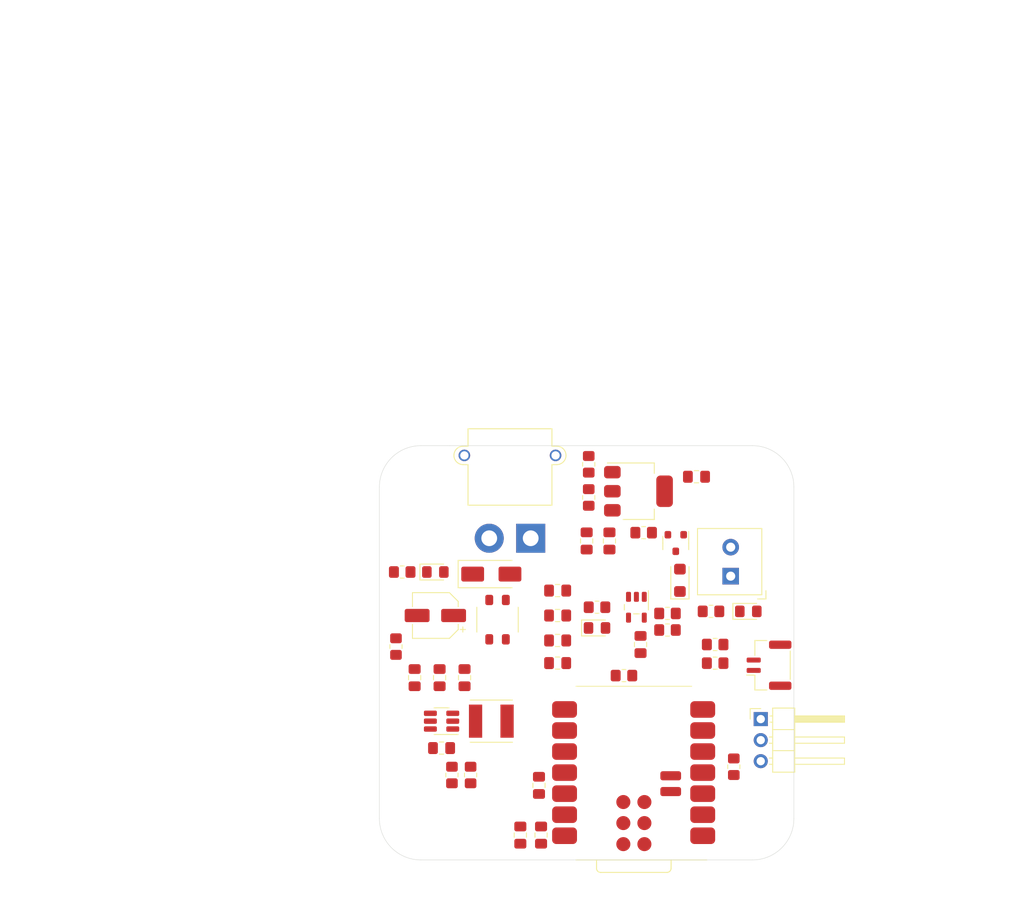
<source format=kicad_pcb>
(kicad_pcb (version 20240108) (generator "pcbnew") (generator_version "8.0")
  (layers (0 "F.Cu" signal) (1 "In1.Cu" signal) (2 "In2.Cu" signal) (31 "B.Cu" signal) (34 "B.Paste" user) (35 "F.Paste" user) (36 "B.SilkS" user "B.Silkscreen") (37 "F.SilkS" user "F.Silkscreen") (38 "B.Mask" user) (39 "F.Mask" user) (44 "Edge.Cuts" user))
  (net 0 "")
  (net 2 "+5V")
  (net 4 "+3.3V")
  (net 7 "/MCU/VCC_BUFFER")
  (net 11 "VBAT_FILTERED")
  (net 12 "+12V")
  (net 13 "GND")
  (net 19 "/RELEASE_TRIGGER")
  (net 20 "/BUFF_SERVO_PWM")
  (net 21 "/MCU/CHIP_EN")
  (net 22 "/MCU/RAW_SERVO_PWM")
  (net 24 "+BATT")
  (net 25 "-BATT")
  (net 26 "SOLENOID-")
  (net 27 "/Solenoid Driver/SOLENOID_FET_G")
  (net 28 "/SOLENOID_DRIVE")
  (net 29 "/Power/BOOT")
  (net 30 "/Power/SW")
  (net 31 "/Power/VIN_LED_K")
  (net 32 "/Power/5V_LED_K")
  (net 33 "/Power/12V_LED_K")
  (net 34 "/MCU/RELEASE_TRIGGER_3.3V")
  (net 35 "/Power/FB")
  (net 36 "/Power/ADJ")
  (net 37 "/Power/EN")
  (footprint "Resistor_SMD:R_0805_2012Metric_Pad1.20x1.40mm_HandSolder" (layer "F.Cu") (at 126.25 119.5)
    (property "Reference" "R10" (hide yes))
    (property "Value" "RC0805FR-0790R9L")
    (fp_line (start -0.227064 -0.735) (end 0.227064 -0.735) (stroke (width 0.12)) (layer "F.SilkS"))
    (fp_line (start -0.227064 0.735) (end 0.227064 0.735) (stroke (width 0.12)) (layer "F.SilkS"))
    (pad "1" smd roundrect (at -1 0) (size 1.2 1.4) (layers "F.Cu" "F.Paste" "F.Mask") (roundrect_rratio 0.208333) (net 32 "/Power/5V_LED_K"))
    (pad "2" smd roundrect (at 1 0) (size 1.2 1.4) (layers "F.Cu" "F.Paste" "F.Mask") (roundrect_rratio 0.208333) (net 13 "GND"))
  )
  (footprint "Capacitor_SMD:C_0805_2012Metric_Pad1.18x1.45mm_HandSolder" (layer "F.Cu") (at 121.5 120.5)
    (property "Reference" "C11" (hide yes))
    (property "Value" "GRM21BR61C106KE15K")
    (fp_line (start -0.261252 -0.735) (end 0.261252 -0.735) (stroke (width 0.12)) (layer "F.SilkS"))
    (fp_line (start -0.261252 0.735) (end 0.261252 0.735) (stroke (width 0.12)) (layer "F.SilkS"))
    (pad "1" smd roundrect (at -1.0375 0) (size 1.175 1.45) (layers "F.Cu" "F.Paste" "F.Mask") (roundrect_rratio 0.212766) (net 2 "+5V"))
    (pad "2" smd roundrect (at 1.0375 0) (size 1.175 1.45) (layers "F.Cu" "F.Paste" "F.Mask") (roundrect_rratio 0.212766) (net 13 "GND"))
  )
  (footprint "Capacitor_SMD:C_0805_2012Metric_Pad1.18x1.45mm_HandSolder" (layer "F.Cu") (at 131.5 124 -90)
    (property "Reference" "C4" (hide yes))
    (property "Value" "CL21B104KBCNNNC")
    (fp_line (start -0.261252 0.735) (end 0.261252 0.735) (stroke (width 0.12)) (layer "F.SilkS"))
    (fp_line (start -0.261252 -0.735) (end 0.261252 -0.735) (stroke (width 0.12)) (layer "F.SilkS"))
    (pad "1" smd roundrect (at -1.0375 0 270) (size 1.175 1.45) (layers "F.Cu" "F.Paste" "F.Mask") (roundrect_rratio 0.212766) (net 7 "/MCU/VCC_BUFFER"))
    (pad "2" smd roundrect (at 1.0375 0 270) (size 1.175 1.45) (layers "F.Cu" "F.Paste" "F.Mask") (roundrect_rratio 0.212766) (net 13 "GND"))
  )
  (footprint "Resistor_SMD:R_0805_2012Metric_Pad1.20x1.40mm_HandSolder" (layer "F.Cu") (at 125.25 102.25 90)
    (property "Reference" "R14" (hide yes))
    (property "Value" "RT0805BRD0710K7L")
    (fp_line (start -0.227064 -0.735) (end 0.227064 -0.735) (stroke (width 0.12)) (layer "F.SilkS"))
    (fp_line (start -0.227064 0.735) (end 0.227064 0.735) (stroke (width 0.12)) (layer "F.SilkS"))
    (pad "1" smd roundrect (at -1 0 90) (size 1.2 1.4) (layers "F.Cu" "F.Paste" "F.Mask") (roundrect_rratio 0.208333) (net 36 "/Power/ADJ"))
    (pad "2" smd roundrect (at 1 0 90) (size 1.2 1.4) (layers "F.Cu" "F.Paste" "F.Mask") (roundrect_rratio 0.208333) (net 13 "GND"))
  )
  (footprint "Capacitor_SMD:C_0805_2012Metric_Pad1.18x1.45mm_HandSolder" (layer "F.Cu") (at 125 111.5 -90)
    (property "Reference" "C15" (hide yes))
    (property "Value" "CL21B104KBCNNNC")
    (fp_line (start -0.261252 0.735) (end 0.261252 0.735) (stroke (width 0.12)) (layer "F.SilkS"))
    (fp_line (start -0.261252 -0.735) (end 0.261252 -0.735) (stroke (width 0.12)) (layer "F.SilkS"))
    (pad "1" smd roundrect (at -1.0375 0 270) (size 1.175 1.45) (layers "F.Cu" "F.Paste" "F.Mask") (roundrect_rratio 0.212766) (net 11 "VBAT_FILTERED"))
    (pad "2" smd roundrect (at 1.0375 0 270) (size 1.175 1.45) (layers "F.Cu" "F.Paste" "F.Mask") (roundrect_rratio 0.212766) (net 13 "GND"))
  )
  (footprint "LED_SMD:LED_0805_2012Metric_Pad1.15x1.40mm_HandSolder" (layer "F.Cu") (at 106.75 115.25)
    (property "Reference" "D1" (hide yes))
    (property "Value" "150080GS75000")
    (fp_line (start -1.86 -0.96) (end -1.86 0.96) (stroke (width 0.12)) (layer "F.SilkS"))
    (fp_line (start -1.86 0.96) (end 1 0.96) (stroke (width 0.12)) (layer "F.SilkS"))
    (fp_line (start 1 -0.96) (end -1.86 -0.96) (stroke (width 0.12)) (layer "F.SilkS"))
    (pad "1" smd roundrect (at -1.025 0) (size 1.15 1.4) (layers "F.Cu" "F.Paste" "F.Mask") (roundrect_rratio 0.217391) (net 31 "/Power/VIN_LED_K"))
    (pad "2" smd roundrect (at 1.025 0) (size 1.15 1.4) (layers "F.Cu" "F.Paste" "F.Mask") (roundrect_rratio 0.217391) (net 11 "VBAT_FILTERED"))
  )
  (footprint "Resistor_SMD:R_0805_2012Metric_Pad1.20x1.40mm_HandSolder" (layer "F.Cu") (at 111 139.75 -90)
    (property "Reference" "R11" (hide yes))
    (property "Value" "RT0805BRD0715KL")
    (fp_line (start -0.227064 0.735) (end 0.227064 0.735) (stroke (width 0.12)) (layer "F.SilkS"))
    (fp_line (start -0.227064 -0.735) (end 0.227064 -0.735) (stroke (width 0.12)) (layer "F.SilkS"))
    (pad "1" smd roundrect (at -1 0 270) (size 1.2 1.4) (layers "F.Cu" "F.Paste" "F.Mask") (roundrect_rratio 0.208333) (net 35 "/Power/FB"))
    (pad "2" smd roundrect (at 1 0 270) (size 1.2 1.4) (layers "F.Cu" "F.Paste" "F.Mask") (roundrect_rratio 0.208333) (net 13 "GND"))
  )
  (footprint "Capacitor_SMD:C_0805_2012Metric_Pad1.18x1.45mm_HandSolder" (layer "F.Cu") (at 110.27 128 90)
    (property "Reference" "C9" (hide yes))
    (property "Value" "CL21B104KBCNNNC")
    (fp_line (start -0.261252 -0.735) (end 0.261252 -0.735) (stroke (width 0.12)) (layer "F.SilkS"))
    (fp_line (start -0.261252 0.735) (end 0.261252 0.735) (stroke (width 0.12)) (layer "F.SilkS"))
    (pad "1" smd roundrect (at -1.0375 0 90) (size 1.175 1.45) (layers "F.Cu" "F.Paste" "F.Mask") (roundrect_rratio 0.212766) (net 11 "VBAT_FILTERED"))
    (pad "2" smd roundrect (at 1.0375 0 90) (size 1.175 1.45) (layers "F.Cu" "F.Paste" "F.Mask") (roundrect_rratio 0.212766) (net 13 "GND"))
  )
  (footprint "Capacitor_SMD:C_0805_2012Metric_Pad1.18x1.45mm_HandSolder" (layer "F.Cu") (at 107.5 136.5)
    (property "Reference" "C6" (hide yes))
    (property "Value" "CL21B104KBCNNNC")
    (fp_line (start -0.261252 -0.735) (end 0.261252 -0.735) (stroke (width 0.12)) (layer "F.SilkS"))
    (fp_line (start -0.261252 0.735) (end 0.261252 0.735) (stroke (width 0.12)) (layer "F.SilkS"))
    (pad "1" smd roundrect (at -1.0375 0) (size 1.175 1.45) (layers "F.Cu" "F.Paste" "F.Mask") (roundrect_rratio 0.212766) (net 29 "/Power/BOOT"))
    (pad "2" smd roundrect (at 1.0375 0) (size 1.175 1.45) (layers "F.Cu" "F.Paste" "F.Mask") (roundrect_rratio 0.212766) (net 30 "/Power/SW"))
  )
  (footprint "Resistor_SMD:R_0805_2012Metric_Pad1.20x1.40mm_HandSolder" (layer "F.Cu") (at 129.5 127.75)
    (property "Reference" "R3" (hide yes))
    (property "Value" "RMCF0805JT4K70")
    (fp_line (start -0.227064 -0.735) (end 0.227064 -0.735) (stroke (width 0.12)) (layer "F.SilkS"))
    (fp_line (start -0.227064 0.735) (end 0.227064 0.735) (stroke (width 0.12)) (layer "F.SilkS"))
    (pad "1" smd roundrect (at -1 0) (size 1.2 1.4) (layers "F.Cu" "F.Paste" "F.Mask") (roundrect_rratio 0.208333) (net 4 "+3.3V"))
    (pad "2" smd roundrect (at 1 0) (size 1.2 1.4) (layers "F.Cu" "F.Paste" "F.Mask") (roundrect_rratio 0.208333) (net 21 "/MCU/CHIP_EN"))
  )
  (footprint "Diode_SMD:D_SMAJ26A-13-F" (layer "F.Cu") (at 113.5 115.5)
    (property "Reference" "D2" (hide yes))
    (property "Value" "SMAJ26A-13-F" (hide yes))
    (fp_line (start -4 -1.65) (end -4 1.65) (stroke (width 0.12)) (layer "F.SilkS"))
    (fp_line (start -4 -1.65) (end 2.5 -1.65) (stroke (width 0.12)) (layer "F.SilkS"))
    (fp_line (start -4 1.65) (end 2.5 1.65) (stroke (width 0.12)) (layer "F.SilkS"))
    (pad "1" smd roundrect (at -2.25 0) (size 2.75 1.8) (layers "F.Cu" "F.Paste" "F.Mask") (roundrect_rratio 0.1388888889) (net 24 "+BATT"))
    (pad "2" smd roundrect (at 2.25 0) (size 2.75 1.8) (layers "F.Cu" "F.Paste" "F.Mask") (roundrect_rratio 0.1388888889) (net 25 "-BATT"))
  )
  (footprint "Capacitor_SMD:C_0805_2012Metric_Pad1.18x1.45mm_HandSolder" (layer "F.Cu") (at 119.5 147 90)
    (property "Reference" "C2" (hide yes))
    (property "Value" "CL21B105KAFNNNE")
    (fp_line (start -0.261252 -0.735) (end 0.261252 -0.735) (stroke (width 0.12)) (layer "F.SilkS"))
    (fp_line (start -0.261252 0.735) (end 0.261252 0.735) (stroke (width 0.12)) (layer "F.SilkS"))
    (pad "1" smd roundrect (at -1.0375 0 90) (size 1.175 1.45) (layers "F.Cu" "F.Paste" "F.Mask") (roundrect_rratio 0.212766) (net 2 "+5V"))
    (pad "2" smd roundrect (at 1.0375 0 90) (size 1.175 1.45) (layers "F.Cu" "F.Paste" "F.Mask") (roundrect_rratio 0.212766) (net 13 "GND"))
  )
  (footprint "Capacitor_SMD:C_0805_2012Metric_Pad1.18x1.45mm_HandSolder" (layer "F.Cu") (at 107.26 128 90)
    (property "Reference" "C8" (hide yes))
    (property "Value" "GRM21BR61H475KE51L")
    (fp_line (start -0.261252 -0.735) (end 0.261252 -0.735) (stroke (width 0.12)) (layer "F.SilkS"))
    (fp_line (start -0.261252 0.735) (end 0.261252 0.735) (stroke (width 0.12)) (layer "F.SilkS"))
    (pad "1" smd roundrect (at -1.0375 0 90) (size 1.175 1.45) (layers "F.Cu" "F.Paste" "F.Mask") (roundrect_rratio 0.212766) (net 11 "VBAT_FILTERED"))
    (pad "2" smd roundrect (at 1.0375 0 90) (size 1.175 1.45) (layers "F.Cu" "F.Paste" "F.Mask") (roundrect_rratio 0.212766) (net 13 "GND"))
  )
  (footprint "Resistor_SMD:R_0805_2012Metric_Pad1.20x1.40mm_HandSolder" (layer "F.Cu") (at 108.75 139.75 90)
    (property "Reference" "R9" (hide yes))
    (property "Value" "ERA-6AEB114V")
    (fp_line (start -0.227064 -0.735) (end 0.227064 -0.735) (stroke (width 0.12)) (layer "F.SilkS"))
    (fp_line (start -0.227064 0.735) (end 0.227064 0.735) (stroke (width 0.12)) (layer "F.SilkS"))
    (pad "1" smd roundrect (at -1 0 90) (size 1.2 1.4) (layers "F.Cu" "F.Paste" "F.Mask") (roundrect_rratio 0.208333) (net 2 "+5V"))
    (pad "2" smd roundrect (at 1 0 90) (size 1.2 1.4) (layers "F.Cu" "F.Paste" "F.Mask") (roundrect_rratio 0.208333) (net 35 "/Power/FB"))
  )
  (footprint "SeeedStudio:XIAO-ESP32C3-SMD" (layer "F.Cu") (at 130.75 139.5 180)
    (property "Reference" "U1" (hide yes))
    (property "Value" "113991054")
    (fp_line (start 7.04 -10.497) (end -8.75 -10.497) (stroke (width 0.1)) (layer "F.SilkS"))
    (fp_line (start 4.559 -11.507) (end 4.559 -10.497) (stroke (width 0.127)) (layer "F.SilkS"))
    (fp_line (start -3.936272 -12.007) (end 4.059 -12.007) (stroke (width 0.127)) (layer "F.SilkS"))
    (fp_line (start -4.44 -10.497) (end -4.436272 -11.507272) (stroke (width 0.127)) (layer "F.SilkS"))
    (fp_line (start -6.93 10.458) (end 7.04 10.458) (stroke (width 0.1)) (layer "F.SilkS"))
    (fp_arc (start 4.059 -12.007) (mid 4.412553 -11.860553) (end 4.559 -11.507) (stroke (width 0.127)) (layer "F.SilkS"))
    (fp_arc (start -4.436272 -11.507272) (mid -4.289724 -11.860644) (end -3.936272 -12.007) (stroke (width 0.127)) (layer "F.SilkS"))
    (pad "1" smd roundrect (at -8.25 -7.58 180) (size 3 2) (layers "F.Cu" "F.Paste" "F.Mask") (net 34 "/MCU/RELEASE_TRIGGER_3.3V"))
    (pad "2" smd roundrect (at -8.25 -5.04 180) (size 3 2) (layers "F.Cu" "F.Paste" "F.Mask") (net 22 "/MCU/RAW_SERVO_PWM"))
    (pad "3" smd roundrect (at -8.25 -2.5 180) (size 3 2) (layers "F.Cu" "F.Paste" "F.Mask") (net 28 "/SOLENOID_DRIVE"))
    (pad "4" smd roundrect (at -8.25 0.04 180) (size 3 2) (layers "F.Cu" "F.Paste" "F.Mask"))
    (pad "5" smd roundrect (at -8.25 2.58 180) (size 3 2) (layers "F.Cu" "F.Paste" "F.Mask"))
    (pad "6" smd roundrect (at -8.25 5.12 180) (size 3 2) (layers "F.Cu" "F.Paste" "F.Mask"))
    (pad "7" smd roundrect (at -8.25 7.66 180) (size 3 2) (layers "F.Cu" "F.Paste" "F.Mask"))
    (pad "8" smd roundrect (at 8.415 7.66 180) (size 3 2) (layers "F.Cu" "F.Paste" "F.Mask"))
    (pad "9" smd roundrect (at 8.415 5.12 180) (size 3 2) (layers "F.Cu" "F.Paste" "F.Mask"))
    (pad "10" smd roundrect (at 8.415 2.58 180) (size 3 2) (layers "F.Cu" "F.Paste" "F.Mask"))
    (pad "11" smd roundrect (at 8.415 0.04 180) (size 3 2) (layers "F.Cu" "F.Paste" "F.Mask"))
    (pad "12" smd roundrect (at 8.415 -2.5 180) (size 3 2) (layers "F.Cu" "F.Paste" "F.Mask") (net 4 "+3.3V"))
    (pad "13" smd roundrect (at 8.415 -5.04 180) (size 3 2) (layers "F.Cu" "F.Paste" "F.Mask") (net 13 "GND"))
    (pad "14" smd roundrect (at 8.415 -7.58 180) (size 3 2) (layers "F.Cu" "F.Paste" "F.Mask") (net 2 "+5V"))
    (pad "15" smd roundrect (at -4.39 -0.342) (size 2.5 1.1) (layers "F.Cu" "F.Paste" "F.Mask"))
    (pad "16" smd roundrect (at -4.39 -2.247) (size 2.5 1.1) (layers "F.Cu" "F.Paste" "F.Mask") (net 13 "GND"))
    (pad "17" smd circle (at -1.215 -8.592 180) (size 1.7 1.7) (layers "F.Cu" "F.Paste" "F.Mask"))
    (pad "18" smd circle (at 1.325 -8.592 180) (size 1.7 1.7) (layers "F.Cu" "F.Paste" "F.Mask"))
    (pad "19" smd circle (at -1.215 -6.052 180) (size 1.7 1.7) (layers "F.Cu" "F.Paste" "F.Mask") (net 21 "/MCU/CHIP_EN"))
    (pad "20" smd circle (at 1.325 -6.052 180) (size 1.7 1.7) (layers "F.Cu" "F.Paste" "F.Mask") (net 13 "GND"))
    (pad "21" smd circle (at -1.215 -3.512 180) (size 1.7 1.7) (layers "F.Cu" "F.Paste" "F.Mask"))
    (pad "22" smd circle (at 1.325 -3.512 180) (size 1.7 1.7) (layers "F.Cu" "F.Paste" "F.Mask"))
  )
  (footprint "Capacitor_SMD:C_0805_2012Metric_Pad1.18x1.45mm_HandSolder" (layer "F.Cu") (at 117 147 90)
    (property "Reference" "C1" (hide yes))
    (property "Value" "CL21B104KBCNNNC")
    (fp_line (start -0.261252 -0.735) (end 0.261252 -0.735) (stroke (width 0.12)) (layer "F.SilkS"))
    (fp_line (start -0.261252 0.735) (end 0.261252 0.735) (stroke (width 0.12)) (layer "F.SilkS"))
    (pad "1" smd roundrect (at -1.0375 0 90) (size 1.175 1.45) (layers "F.Cu" "F.Paste" "F.Mask") (roundrect_rratio 0.212766) (net 2 "+5V"))
    (pad "2" smd roundrect (at 1.0375 0 90) (size 1.175 1.45) (layers "F.Cu" "F.Paste" "F.Mask") (roundrect_rratio 0.212766) (net 13 "GND"))
  )
  (footprint "MountingHole:MountingHole_3.2mm_M3" (layer "F.Cu") (at 105 145)
    (property "Reference" "H3" (hide yes))
    (property "Value" "MountingHole")
    (pad "" np_thru_hole circle (at 0 0) (size 3.2 3.2) (drill 3.2) (layers "*.Cu" "*.Mask"))
  )
  (footprint "LED_SMD:LED_0805_2012Metric_Pad1.15x1.40mm_HandSolder" (layer "F.Cu") (at 144.5 120)
    (property "Reference" "D4" (hide yes))
    (property "Value" "150080GS75000")
    (fp_line (start -1.86 -0.96) (end -1.86 0.96) (stroke (width 0.12)) (layer "F.SilkS"))
    (fp_line (start -1.86 0.96) (end 1 0.96) (stroke (width 0.12)) (layer "F.SilkS"))
    (fp_line (start 1 -0.96) (end -1.86 -0.96) (stroke (width 0.12)) (layer "F.SilkS"))
    (pad "1" smd roundrect (at -1.025 0) (size 1.15 1.4) (layers "F.Cu" "F.Paste" "F.Mask") (roundrect_rratio 0.217391) (net 33 "/Power/12V_LED_K"))
    (pad "2" smd roundrect (at 1.025 0) (size 1.15 1.4) (layers "F.Cu" "F.Paste" "F.Mask") (roundrect_rratio 0.217391) (net 12 "+12V"))
  )
  (footprint "Resistor_SMD:R_0805_2012Metric_Pad1.20x1.40mm_HandSolder" (layer "F.Cu") (at 125.25 106.25 90)
    (property "Reference" "R12" (hide yes))
    (property "Value" "RT0805BRD071K3L")
    (fp_line (start -0.227064 -0.735) (end 0.227064 -0.735) (stroke (width 0.12)) (layer "F.SilkS"))
    (fp_line (start -0.227064 0.735) (end 0.227064 0.735) (stroke (width 0.12)) (layer "F.SilkS"))
    (pad "1" smd roundrect (at -1 0 90) (size 1.2 1.4) (layers "F.Cu" "F.Paste" "F.Mask") (roundrect_rratio 0.208333) (net 12 "+12V"))
    (pad "2" smd roundrect (at 1 0 90) (size 1.2 1.4) (layers "F.Cu" "F.Paste" "F.Mask") (roundrect_rratio 0.208333) (net 36 "/Power/ADJ"))
  )
  (footprint "TerminalBlock_Phoenix:TerminalBlock_Phoenix_MKDS-1,5-2_1x02_P3.50mm_Horizontal_1985807" (layer "F.Cu") (at 142.375 115.75 90)
    (property "Reference" "J4" (hide yes))
    (property "Value" "1985807" (hide yes))
    (fp_line (start 5.75 -4) (end 5.75 3.75) (stroke (width 0.12)) (layer "F.SilkS"))
    (fp_line (start -2.25 -4) (end 5.75 -4) (stroke (width 0.12)) (layer "F.SilkS"))
    (fp_line (start -2.25 -4) (end -2.25 3.75) (stroke (width 0.12)) (layer "F.SilkS"))
    (fp_line (start -2.75 3.25) (end -2.75 4.25) (stroke (width 0.12)) (layer "F.SilkS"))
    (fp_line (start -2.25 3.75) (end 5.75 3.75) (stroke (width 0.12)) (layer "F.SilkS"))
    (fp_line (start -2.75 4.25) (end -1.75 4.25) (stroke (width 0.12)) (layer "F.SilkS"))
    (pad "1" thru_hole rect (at 0 0 90) (size 2 2) (drill 1.1) (layers "*.Cu" "*.Mask") (net 12 "+12V"))
    (pad "2" thru_hole circle (at 3.5 0 90) (size 2 2) (drill 1.1) (layers "*.Cu" "*.Mask") (net 26 "SOLENOID-"))
  )
  (footprint "Diode_SMD:D_SOD-123F_STPS2H100ZF" (layer "F.Cu") (at 136.25 116.25 90)
    (property "Reference" "D5" (hide yes))
    (property "Value" "STPS2H100ZF" (hide yes))
    (fp_line (start -2.25 -1.1) (end 1.65 -1.1) (stroke (width 0.12)) (layer "F.SilkS"))
    (fp_line (start -2.25 -1.1) (end -2.25 1.1) (stroke (width 0.12)) (layer "F.SilkS"))
    (fp_line (start -2.25 1.1) (end 1.65 1.1) (stroke (width 0.12)) (layer "F.SilkS"))
    (pad "1" smd roundrect (at -1.35 0 90) (size 1.3 1.4) (layers "F.Cu" "F.Paste" "F.Mask") (roundrect_rratio 0.2272727273) (net 12 "+12V"))
    (pad "2" smd roundrect (at 1.35 0 90) (size 1.3 1.4) (layers "F.Cu" "F.Paste" "F.Mask") (roundrect_rratio 0.2272727273) (net 26 "SOLENOID-"))
  )
  (footprint "Resistor_SMD:R_0805_2012Metric_Pad1.20x1.40mm_HandSolder" (layer "F.Cu") (at 102 124.25 -90)
    (property "Reference" "R8" (hide yes))
    (property "Value" "RC0805JR-070RL")
    (fp_line (start -0.227064 0.735) (end 0.227064 0.735) (stroke (width 0.12)) (layer "F.SilkS"))
    (fp_line (start -0.227064 -0.735) (end 0.227064 -0.735) (stroke (width 0.12)) (layer "F.SilkS"))
    (pad "1" smd roundrect (at -1 0 270) (size 1.2 1.4) (layers "F.Cu" "F.Paste" "F.Mask") (roundrect_rratio 0.208333) (net 11 "VBAT_FILTERED"))
    (pad "2" smd roundrect (at 1 0 270) (size 1.2 1.4) (layers "F.Cu" "F.Paste" "F.Mask") (roundrect_rratio 0.208333) (net 37 "/Power/EN"))
  )
  (footprint "Capacitor_SMD:C_0805_2012Metric_Pad1.18x1.45mm_HandSolder" (layer "F.Cu") (at 138.25 103.75)
    (property "Reference" "C16" (hide yes))
    (property "Value" "GRM21BR61H475KE51L")
    (fp_line (start -0.261252 -0.735) (end 0.261252 -0.735) (stroke (width 0.12)) (layer "F.SilkS"))
    (fp_line (start -0.261252 0.735) (end 0.261252 0.735) (stroke (width 0.12)) (layer "F.SilkS"))
    (pad "1" smd roundrect (at -1.0375 0) (size 1.175 1.45) (layers "F.Cu" "F.Paste" "F.Mask") (roundrect_rratio 0.212766) (net 12 "+12V"))
    (pad "2" smd roundrect (at 1.0375 0) (size 1.175 1.45) (layers "F.Cu" "F.Paste" "F.Mask") (roundrect_rratio 0.212766) (net 13 "GND"))
  )
  (footprint "Package_TO_SOT_SMD:SOT-223-3_TabPin2_LM317MDCYR" (layer "F.Cu") (at 131.25 105.5)
    (property "Reference" "U4" (hide yes))
    (property "Value" "LM317MDCYR" (hide yes))
    (fp_line (start -3.75 -3.41) (end 1.91 -3.41) (stroke (width 0.12)) (layer "F.SilkS"))
    (fp_line (start -1.85 3.41) (end 1.91 3.41) (stroke (width 0.12)) (layer "F.SilkS"))
    (fp_line (start 1.91 -3.41) (end 1.91 -2.15) (stroke (width 0.12)) (layer "F.SilkS"))
    (fp_line (start 1.91 3.41) (end 1.91 2.15) (stroke (width 0.12)) (layer "F.SilkS"))
    (pad "1" smd roundrect (at -3.15 -2.3) (size 2 1.5) (layers "F.Cu" "F.Paste" "F.Mask") (net 36 "/Power/ADJ"))
    (pad "2" smd roundrect (at -3.15 0) (size 2 1.5) (layers "F.Cu" "F.Paste" "F.Mask") (net 12 "+12V"))
    (pad "2" smd roundrect (at 3.15 0) (size 2 3.8) (layers "F.Cu" "F.Paste" "F.Mask") (net 12 "+12V"))
    (pad "3" smd roundrect (at -3.15 2.3) (size 2 1.5) (layers "F.Cu" "F.Paste" "F.Mask") (net 11 "VBAT_FILTERED"))
  )
  (footprint "Connector_AMASS:AMASS_XT30PW-M_1x02_P2.50mm_Horizontal" (layer "F.Cu") (at 118.25 111.175)
    (property "Reference" "J1" (hide yes))
    (property "Value" "XT30PW-M")
    (fp_line (start -8.15 -11.11) (end -7.56 -11.11) (stroke (width 0.12)) (layer "F.SilkS"))
    (fp_line (start -8.15 -8.89) (end -7.56 -8.89) (stroke (width 0.12)) (layer "F.SilkS"))
    (fp_line (start -7.56 -13.21) (end -7.56 -11.11) (stroke (width 0.12)) (layer "F.SilkS"))
    (fp_line (start -7.56 -13.21) (end 2.56 -13.21) (stroke (width 0.12)) (layer "F.SilkS"))
    (fp_line (start -7.56 -8.89) (end -7.56 -3.99) (stroke (width 0.12)) (layer "F.SilkS"))
    (fp_line (start -7.56 -3.99) (end 2.56 -3.99) (stroke (width 0.12)) (layer "F.SilkS"))
    (fp_line (start 2.56 -13.21) (end 2.56 -11.11) (stroke (width 0.12)) (layer "F.SilkS"))
    (fp_line (start 2.56 -11.11) (end 3.15 -11.11) (stroke (width 0.12)) (layer "F.SilkS"))
    (fp_line (start 2.56 -8.89) (end 2.56 -3.99) (stroke (width 0.12)) (layer "F.SilkS"))
    (fp_line (start 2.56 -8.89) (end 3.15 -8.89) (stroke (width 0.12)) (layer "F.SilkS"))
    (fp_arc (start -8.15 -8.89) (mid -9.26 -10) (end -8.15 -11.11) (stroke (width 0.12)) (layer "F.SilkS"))
    (fp_arc (start 3.15 -11.11) (mid 4.26 -10) (end 3.15 -8.89) (stroke (width 0.12)) (layer "F.SilkS"))
    (pad "" thru_hole circle (at -8 -10) (size 1.4 1.4) (drill 1) (layers "*.Cu" "*.Mask"))
    (pad "" thru_hole circle (at 3 -10) (size 1.4 1.4) (drill 1) (layers "*.Cu" "*.Mask"))
    (pad "1" thru_hole rect (at 0 0) (size 3.5 3.5) (drill 1.9) (layers "*.Cu" "*.Mask") (net 25 "-BATT"))
    (pad "2" thru_hole circle (at -5 0) (size 3.5 3.5) (drill 1.9) (layers "*.Cu" "*.Mask") (net 24 "+BATT"))
  )
  (footprint "Resistor_SMD:R_0805_2012Metric_Pad1.20x1.40mm_HandSolder" (layer "F.Cu") (at 134.75 120.25 180)
    (property "Reference" "R4" (hide yes))
    (property "Value" "DNP 0805")
    (fp_line (start -0.227064 0.735) (end 0.227064 0.735) (stroke (width 0.12)) (layer "F.SilkS"))
    (fp_line (start -0.227064 -0.735) (end 0.227064 -0.735) (stroke (width 0.12)) (layer "F.SilkS"))
    (pad "1" smd roundrect (at -1 0 180) (size 1.2 1.4) (layers "F.Cu" "F.Paste" "F.Mask") (roundrect_rratio 0.208333) (net 4 "+3.3V"))
    (pad "2" smd roundrect (at 1 0 180) (size 1.2 1.4) (layers "F.Cu" "F.Paste" "F.Mask") (roundrect_rratio 0.208333) (net 7 "/MCU/VCC_BUFFER"))
  )
  (footprint "Capacitor_SMD:C_0805_2012Metric_Pad1.18x1.45mm_HandSolder" (layer "F.Cu") (at 127.75 111.5 -90)
    (property "Reference" "C14" (hide yes))
    (property "Value" "GRM21BR61H475KE51L")
    (fp_line (start -0.261252 0.735) (end 0.261252 0.735) (stroke (width 0.12)) (layer "F.SilkS"))
    (fp_line (start -0.261252 -0.735) (end 0.261252 -0.735) (stroke (width 0.12)) (layer "F.SilkS"))
    (pad "1" smd roundrect (at -1.0375 0 270) (size 1.175 1.45) (layers "F.Cu" "F.Paste" "F.Mask") (roundrect_rratio 0.212766) (net 11 "VBAT_FILTERED"))
    (pad "2" smd roundrect (at 1.0375 0 270) (size 1.175 1.45) (layers "F.Cu" "F.Paste" "F.Mask") (roundrect_rratio 0.212766) (net 13 "GND"))
  )
  (footprint "Package_TO_SOT_SMD:SOT-23-3_DMN3731U-7" (layer "F.Cu") (at 135.75 111.75 -90)
    (property "Reference" "Q1" (hide yes))
    (property "Value" "DMN3731U-7" (hide yes))
    (fp_line (start 0 1.56) (end -0.8 1.56) (stroke (width 0.12)) (layer "F.SilkS"))
    (fp_line (start 0 1.56) (end 0.8 1.56) (stroke (width 0.12)) (layer "F.SilkS"))
    (fp_line (start 0 -1.56) (end -1.4 -1.56) (stroke (width 0.12)) (layer "F.SilkS"))
    (fp_line (start 0 -1.56) (end 0.8 -1.56) (stroke (width 0.12)) (layer "F.SilkS"))
    (pad "1" smd roundrect (at -1 -0.95 270) (size 0.9 0.8) (layers "F.Cu" "F.Paste" "F.Mask") (net 27 "/Solenoid Driver/SOLENOID_FET_G"))
    (pad "2" smd roundrect (at -1 0.95 270) (size 0.9 0.8) (layers "F.Cu" "F.Paste" "F.Mask") (net 13 "GND"))
    (pad "3" smd roundrect (at 1 0 270) (size 0.9 0.8) (layers "F.Cu" "F.Paste" "F.Mask") (net 26 "SOLENOID-"))
  )
  (footprint "Package_TO_SOT_SMD:SOT-23-6_LMR51420YDDCR" (layer "F.Cu") (at 107.5 133.25 180)
    (property "Reference" "U3" (hide yes))
    (property "Value" "LMR51420YDDCR" (hide yes))
    (fp_line (start 0.1 -1.61) (end 0.9 -1.61) (stroke (width 0.12)) (layer "F.SilkS"))
    (fp_line (start 0.1 -1.61) (end -2 -1.61) (stroke (width 0.12)) (layer "F.SilkS"))
    (fp_line (start -0.9 1.61) (end 0.9 1.61) (stroke (width 0.12)) (layer "F.SilkS"))
    (pad "1" smd roundrect (at -1.35 -0.95 180) (size 1.56 0.65) (layers "F.Cu" "F.Paste" "F.Mask") (net 13 "GND"))
    (pad "2" smd roundrect (at -1.35 0 180) (size 1.56 0.65) (layers "F.Cu" "F.Paste" "F.Mask") (net 30 "/Power/SW"))
    (pad "3" smd roundrect (at -1.35 0.95 180) (size 1.56 0.65) (layers "F.Cu" "F.Paste" "F.Mask") (net 11 "VBAT_FILTERED"))
    (pad "4" smd roundrect (at 1.35 0.95 180) (size 1.56 0.65) (layers "F.Cu" "F.Paste" "F.Mask") (net 35 "/Power/FB"))
    (pad "5" smd roundrect (at 1.35 0 180) (size 1.56 0.65) (layers "F.Cu" "F.Paste" "F.Mask") (net 37 "/Power/EN"))
    (pad "6" smd roundrect (at 1.35 -0.95 180) (size 1.56 0.65) (layers "F.Cu" "F.Paste" "F.Mask") (net 29 "/Power/BOOT"))
  )
  (footprint "Capacitor_SMD:C_0805_2012Metric_Pad1.18x1.45mm_HandSolder" (layer "F.Cu") (at 121.5 126.24)
    (property "Reference" "C13" (hide yes))
    (property "Value" "GRM21BR61C106KE15K")
    (fp_line (start -0.261252 -0.735) (end 0.261252 -0.735) (stroke (width 0.12)) (layer "F.SilkS"))
    (fp_line (start -0.261252 0.735) (end 0.261252 0.735) (stroke (width 0.12)) (layer "F.SilkS"))
    (pad "1" smd roundrect (at -1.0375 0) (size 1.175 1.45) (layers "F.Cu" "F.Paste" "F.Mask") (roundrect_rratio 0.212766) (net 2 "+5V"))
    (pad "2" smd roundrect (at 1.0375 0) (size 1.175 1.45) (layers "F.Cu" "F.Paste" "F.Mask") (roundrect_rratio 0.212766) (net 13 "GND"))
  )
  (footprint "Capacitor_SMD:C_0805_2012Metric_Pad1.18x1.45mm_HandSolder" (layer "F.Cu") (at 119.25 141 90)
    (property "Reference" "C3" (hide yes))
    (property "Value" "CL21B104KBCNNNC")
    (fp_line (start -0.261252 -0.735) (end 0.261252 -0.735) (stroke (width 0.12)) (layer "F.SilkS"))
    (fp_line (start -0.261252 0.735) (end 0.261252 0.735) (stroke (width 0.12)) (layer "F.SilkS"))
    (pad "1" smd roundrect (at -1.0375 0 90) (size 1.175 1.45) (layers "F.Cu" "F.Paste" "F.Mask") (roundrect_rratio 0.212766) (net 4 "+3.3V"))
    (pad "2" smd roundrect (at 1.0375 0 90) (size 1.175 1.45) (layers "F.Cu" "F.Paste" "F.Mask") (roundrect_rratio 0.212766) (net 13 "GND"))
  )
  (footprint "Resistor_SMD:R_0805_2012Metric_Pad1.20x1.40mm_HandSolder" (layer "F.Cu") (at 131.875 110.5)
    (property "Reference" "R15" (hide yes))
    (property "Value" "RC0805JR-070RL")
    (fp_line (start -0.227064 -0.735) (end 0.227064 -0.735) (stroke (width 0.12)) (layer "F.SilkS"))
    (fp_line (start -0.227064 0.735) (end 0.227064 0.735) (stroke (width 0.12)) (layer "F.SilkS"))
    (pad "1" smd roundrect (at -1 0) (size 1.2 1.4) (layers "F.Cu" "F.Paste" "F.Mask") (roundrect_rratio 0.208333) (net 28 "/SOLENOID_DRIVE"))
    (pad "2" smd roundrect (at 1 0) (size 1.2 1.4) (layers "F.Cu" "F.Paste" "F.Mask") (roundrect_rratio 0.208333) (net 27 "/Solenoid Driver/SOLENOID_FET_G"))
  )
  (footprint "MountingHole:MountingHole_3.2mm_M3" (layer "F.Cu") (at 145 105)
    (property "Reference" "H2" (hide yes))
    (property "Value" "MountingHole")
    (pad "" np_thru_hole circle (at 0 0) (size 3.2 3.2) (drill 3.2) (layers "*.Cu" "*.Mask"))
  )
  (footprint "Capacitor_SMD:C_0805_2012Metric_Pad1.18x1.45mm_HandSolder" (layer "F.Cu") (at 121.5 123.51)
    (property "Reference" "C12" (hide yes))
    (property "Value" "GRM21BR61C106KE15K")
    (fp_line (start -0.261252 -0.735) (end 0.261252 -0.735) (stroke (width 0.12)) (layer "F.SilkS"))
    (fp_line (start -0.261252 0.735) (end 0.261252 0.735) (stroke (width 0.12)) (layer "F.SilkS"))
    (pad "1" smd roundrect (at -1.0375 0) (size 1.175 1.45) (layers "F.Cu" "F.Paste" "F.Mask") (roundrect_rratio 0.212766) (net 2 "+5V"))
    (pad "2" smd roundrect (at 1.0375 0) (size 1.175 1.45) (layers "F.Cu" "F.Paste" "F.Mask") (roundrect_rratio 0.212766) (net 13 "GND"))
  )
  (footprint "Resistor_SMD:R_0805_2012Metric_Pad1.20x1.40mm_HandSolder" (layer "F.Cu") (at 140 120)
    (property "Reference" "R13" (hide yes))
    (property "Value" "ERJ-P06J112V")
    (fp_line (start -0.227064 -0.735) (end 0.227064 -0.735) (stroke (width 0.12)) (layer "F.SilkS"))
    (fp_line (start -0.227064 0.735) (end 0.227064 0.735) (stroke (width 0.12)) (layer "F.SilkS"))
    (pad "1" smd roundrect (at -1 0) (size 1.2 1.4) (layers "F.Cu" "F.Paste" "F.Mask") (roundrect_rratio 0.208333) (net 33 "/Power/12V_LED_K"))
    (pad "2" smd roundrect (at 1 0) (size 1.2 1.4) (layers "F.Cu" "F.Paste" "F.Mask") (roundrect_rratio 0.208333) (net 13 "GND"))
  )
  (footprint "Inductor_SMD:L_CommonModeChoke_TDK_ACM4520-421-2P-T000" (layer "F.Cu") (at 114.25 121 90)
    (property "Reference" "FL1" (hide yes))
    (property "Value" "ACM4520-421-2P-T000")
    (fp_line (start -1.5 -2.5) (end 1.5 -2.5) (stroke (width 0.12)) (layer "F.SilkS"))
    (fp_line (start -1.5 2.5) (end 1.5 2.5) (stroke (width 0.12)) (layer "F.SilkS"))
    (pad "1" smd roundrect (at -2.375 -1 90) (size 1.25 0.95) (layers "F.Cu" "F.Paste" "F.Mask") (net 24 "+BATT"))
    (pad "2" smd roundrect (at -2.375 1 90) (size 1.25 0.95) (layers "F.Cu" "F.Paste" "F.Mask") (net 25 "-BATT"))
    (pad "3" smd roundrect (at 2.375 1 90) (size 1.25 0.95) (layers "F.Cu" "F.Paste" "F.Mask") (net 13 "GND"))
    (pad "4" smd roundrect (at 2.375 -1 90) (size 1.25 0.95) (layers "F.Cu" "F.Paste" "F.Mask") (net 11 "VBAT_FILTERED"))
  )
  (footprint "Capacitor_SMD:C_0805_2012Metric_Pad1.18x1.45mm_HandSolder" (layer "F.Cu") (at 104.25 128 90)
    (property "Reference" "C7" (hide yes))
    (property "Value" "GRM21BR61H475KE51L")
    (fp_line (start -0.261252 -0.735) (end 0.261252 -0.735) (stroke (width 0.12)) (layer "F.SilkS"))
    (fp_line (start -0.261252 0.735) (end 0.261252 0.735) (stroke (width 0.12)) (layer "F.SilkS"))
    (pad "1" smd roundrect (at -1.0375 0 90) (size 1.175 1.45) (layers "F.Cu" "F.Paste" "F.Mask") (roundrect_rratio 0.212766) (net 11 "VBAT_FILTERED"))
    (pad "2" smd roundrect (at 1.0375 0 90) (size 1.175 1.45) (layers "F.Cu" "F.Paste" "F.Mask") (roundrect_rratio 0.212766) (net 13 "GND"))
  )
  (footprint "Resistor_SMD:R_0805_2012Metric_Pad1.20x1.40mm_HandSolder" (layer "F.Cu") (at 102.75 115.25)
    (property "Reference" "R7" (hide yes))
    (property "Value" "ERJ-P06J112V")
    (fp_line (start -0.227064 -0.735) (end 0.227064 -0.735) (stroke (width 0.12)) (layer "F.SilkS"))
    (fp_line (start -0.227064 0.735) (end 0.227064 0.735) (stroke (width 0.12)) (layer "F.SilkS"))
    (pad "1" smd roundrect (at -1 0) (size 1.2 1.4) (layers "F.Cu" "F.Paste" "F.Mask") (roundrect_rratio 0.208333) (net 31 "/Power/VIN_LED_K"))
    (pad "2" smd roundrect (at 1 0) (size 1.2 1.4) (layers "F.Cu" "F.Paste" "F.Mask") (roundrect_rratio 0.208333) (net 13 "GND"))
  )
  (footprint "Connector_PinHeader_2.54mm:PinHeader_1x03_P2.54mm_Horizontal" (layer "F.Cu") (at 146 133)
    (property "Reference" "J2" (hide yes))
    (property "Value" "PH1RA-03-UA")
    (fp_line (start -1.27 -1.27) (end 0 -1.27) (stroke (width 0.12)) (layer "F.SilkS"))
    (fp_line (start -1.27 0) (end -1.27 -1.27) (stroke (width 0.12)) (layer "F.SilkS"))
    (fp_line (start 1.042929 2.16) (end 1.44 2.16) (stroke (width 0.12)) (layer "F.SilkS"))
    (fp_line (start 1.042929 2.92) (end 1.44 2.92) (stroke (width 0.12)) (layer "F.SilkS"))
    (fp_line (start 1.042929 4.7) (end 1.44 4.7) (stroke (width 0.12)) (layer "F.SilkS"))
    (fp_line (start 1.042929 5.46) (end 1.44 5.46) (stroke (width 0.12)) (layer "F.SilkS"))
    (fp_line (start 1.11 -0.38) (end 1.44 -0.38) (stroke (width 0.12)) (layer "F.SilkS"))
    (fp_line (start 1.11 0.38) (end 1.44 0.38) (stroke (width 0.12)) (layer "F.SilkS"))
    (fp_line (start 1.44 -1.33) (end 1.44 6.41) (stroke (width 0.12)) (layer "F.SilkS"))
    (fp_line (start 1.44 1.27) (end 4.1 1.27) (stroke (width 0.12)) (layer "F.SilkS"))
    (fp_line (start 1.44 3.81) (end 4.1 3.81) (stroke (width 0.12)) (layer "F.SilkS"))
    (fp_line (start 1.44 6.41) (end 4.1 6.41) (stroke (width 0.12)) (layer "F.SilkS"))
    (fp_line (start 4.1 -1.33) (end 1.44 -1.33) (stroke (width 0.12)) (layer "F.SilkS"))
    (fp_line (start 4.1 -0.38) (end 10.1 -0.38) (stroke (width 0.12)) (layer "F.SilkS"))
    (fp_line (start 4.1 -0.32) (end 10.1 -0.32) (stroke (width 0.12)) (layer "F.SilkS"))
    (fp_line (start 4.1 -0.2) (end 10.1 -0.2) (stroke (width 0.12)) (layer "F.SilkS"))
    (fp_line (start 4.1 -0.08) (end 10.1 -0.08) (stroke (width 0.12)) (layer "F.SilkS"))
    (fp_line (start 4.1 0.04) (end 10.1 0.04) (stroke (width 0.12)) (layer "F.SilkS"))
    (fp_line (start 4.1 0.16) (end 10.1 0.16) (stroke (width 0.12)) (layer "F.SilkS"))
    (fp_line (start 4.1 0.28) (end 10.1 0.28) (stroke (width 0.12)) (layer "F.SilkS"))
    (fp_line (start 4.1 2.16) (end 10.1 2.16) (stroke (width 0.12)) (layer "F.SilkS"))
    (fp_line (start 4.1 4.7) (end 10.1 4.7) (stroke (width 0.12)) (layer "F.SilkS"))
    (fp_line (start 4.1 6.41) (end 4.1 -1.33) (stroke (width 0.12)) (layer "F.SilkS"))
    (fp_line (start 10.1 -0.38) (end 10.1 0.38) (stroke (width 0.12)) (layer "F.SilkS"))
    (fp_line (start 10.1 0.38) (end 4.1 0.38) (stroke (width 0.12)) (layer "F.SilkS"))
    (fp_line (start 10.1 2.16) (end 10.1 2.92) (stroke (width 0.12)) (layer "F.SilkS"))
    (fp_line (start 10.1 2.92) (end 4.1 2.92) (stroke (width 0.12)) (layer "F.SilkS"))
    (fp_line (start 10.1 4.7) (end 10.1 5.46) (stroke (width 0.12)) (layer "F.SilkS"))
    (fp_line (start 10.1 5.46) (end 4.1 5.46) (stroke (width 0.12)) (layer "F.SilkS"))
    (pad "1" thru_hole rect (at 0 0) (size 1.7 1.7) (drill 1) (layers "*.Cu" "*.Mask") (net 20 "/BUFF_SERVO_PWM"))
    (pad "2" thru_hole oval (at 0 2.54) (size 1.7 1.7) (drill 1) (layers "*.Cu" "*.Mask") (net 2 "+5V"))
    (pad "3" thru_hole oval (at 0 5.08) (size 1.7 1.7) (drill 1) (layers "*.Cu" "*.Mask") (net 13 "GND"))
  )
  (footprint "Inductor_SMD:L_Taiyo-Yuden_NRS5030T4R7MMGJV" (layer "F.Cu") (at 113.5 133.25)
    (property "Reference" "L1" (hide yes))
    (property "Value" "NRS5030T4R7MMGJV")
    (fp_line (start -2.55 -2.55) (end 2.55 -2.55) (stroke (width 0.12)) (layer "F.SilkS"))
    (fp_line (start -2.55 2.55) (end 2.55 2.55) (stroke (width 0.12)) (layer "F.SilkS"))
    (pad "1" smd rect (at -1.9 0) (size 1.6 4) (layers "F.Cu" "F.Paste" "F.Mask") (net 30 "/Power/SW"))
    (pad "2" smd rect (at 1.9 0) (size 1.6 4) (layers "F.Cu" "F.Paste" "F.Mask") (net 2 "+5V"))
  )
  (footprint "Resistor_SMD:R_0805_2012Metric_Pad1.20x1.40mm_HandSolder" (layer "F.Cu") (at 140.5 126.25)
    (property "Reference" "R1" (hide yes))
    (property "Value" "RC0805JR-070RL")
    (fp_line (start -0.227064 -0.735) (end 0.227064 -0.735) (stroke (width 0.12)) (layer "F.SilkS"))
    (fp_line (start -0.227064 0.735) (end 0.227064 0.735) (stroke (width 0.12)) (layer "F.SilkS"))
    (pad "1" smd roundrect (at -1 0) (size 1.2 1.4) (layers "F.Cu" "F.Paste" "F.Mask") (roundrect_rratio 0.208333) (net 19 "/RELEASE_TRIGGER"))
    (pad "2" smd roundrect (at 1 0) (size 1.2 1.4) (layers "F.Cu" "F.Paste" "F.Mask") (roundrect_rratio 0.208333) (net 34 "/MCU/RELEASE_TRIGGER_3.3V"))
  )
  (footprint "Connector_JST:JST_GH_SM02B-GHS-TB_1x02-1MP_P1.25mm_Horizontal" (layer "F.Cu") (at 147 126.5 90)
    (property "Reference" "J3" (hide yes))
    (property "Value" "SM02B-GHS-TB")
    (fp_line (start 2.985 -1.71) (end 1.185 -1.71) (stroke (width 0.12)) (layer "F.SilkS"))
    (fp_line (start -1.185 -1.71) (end -1.185 -2.7) (stroke (width 0.12)) (layer "F.SilkS"))
    (fp_line (start -2.985 -1.71) (end -1.185 -1.71) (stroke (width 0.12)) (layer "F.SilkS"))
    (fp_line (start 2.985 -0.26) (end 2.985 -1.71) (stroke (width 0.12)) (layer "F.SilkS"))
    (fp_line (start -2.985 -0.26) (end -2.985 -1.71) (stroke (width 0.12)) (layer "F.SilkS"))
    (fp_line (start -1.715 2.56) (end 1.715 2.56) (stroke (width 0.12)) (layer "F.SilkS"))
    (pad "1" smd roundrect (at -0.625 -1.85 90) (size 0.6 1.7) (layers "F.Cu" "F.Paste" "F.Mask") (net 19 "/RELEASE_TRIGGER"))
    (pad "2" smd roundrect (at 0.625 -1.85 90) (size 0.6 1.7) (layers "F.Cu" "F.Paste" "F.Mask") (net 13 "GND"))
    (pad "MP" smd roundrect (at -2.475 1.35 90) (size 1 2.7) (layers "F.Cu" "F.Paste" "F.Mask") (net 13 "GND"))
    (pad "MP" smd roundrect (at 2.475 1.35 90) (size 1 2.7) (layers "F.Cu" "F.Paste" "F.Mask") (net 13 "GND"))
  )
  (footprint "Resistor_SMD:R_0805_2012Metric_Pad1.20x1.40mm_HandSolder" (layer "F.Cu") (at 140.5 124)
    (property "Reference" "R2" (hide yes))
    (property "Value" "DNP 0805")
    (fp_line (start -0.227064 -0.735) (end 0.227064 -0.735) (stroke (width 0.12)) (layer "F.SilkS"))
    (fp_line (start -0.227064 0.735) (end 0.227064 0.735) (stroke (width 0.12)) (layer "F.SilkS"))
    (pad "1" smd roundrect (at -1 0) (size 1.2 1.4) (layers "F.Cu" "F.Paste" "F.Mask") (roundrect_rratio 0.208333) (net 34 "/MCU/RELEASE_TRIGGER_3.3V"))
    (pad "2" smd roundrect (at 1 0) (size 1.2 1.4) (layers "F.Cu" "F.Paste" "F.Mask") (roundrect_rratio 0.208333) (net 13 "GND"))
  )
  (footprint "MountingHole:MountingHole_3.2mm_M3" (layer "F.Cu") (at 145 145)
    (property "Reference" "H4" (hide yes))
    (property "Value" "MountingHole")
    (pad "" np_thru_hole circle (at 0 0) (size 3.2 3.2) (drill 3.2) (layers "*.Cu" "*.Mask"))
  )
  (footprint "LED_SMD:LED_0805_2012Metric_Pad1.15x1.40mm_HandSolder" (layer "F.Cu") (at 126.25 122)
    (property "Reference" "D3" (hide yes))
    (property "Value" "150080GS75000")
    (fp_line (start -1.86 -0.96) (end -1.86 0.96) (stroke (width 0.12)) (layer "F.SilkS"))
    (fp_line (start -1.86 0.96) (end 1 0.96) (stroke (width 0.12)) (layer "F.SilkS"))
    (fp_line (start 1 -0.96) (end -1.86 -0.96) (stroke (width 0.12)) (layer "F.SilkS"))
    (pad "1" smd roundrect (at -1.025 0) (size 1.15 1.4) (layers "F.Cu" "F.Paste" "F.Mask") (roundrect_rratio 0.217391) (net 32 "/Power/5V_LED_K"))
    (pad "2" smd roundrect (at 1.025 0) (size 1.15 1.4) (layers "F.Cu" "F.Paste" "F.Mask") (roundrect_rratio 0.217391) (net 2 "+5V"))
  )
  (footprint "Resistor_SMD:R_0805_2012Metric_Pad1.20x1.40mm_HandSolder" (layer "F.Cu") (at 142.75 138.75 90)
    (property "Reference" "R6" (hide yes))
    (property "Value" "DNP 0805")
    (fp_line (start -0.227064 -0.735) (end 0.227064 -0.735) (stroke (width 0.12)) (layer "F.SilkS"))
    (fp_line (start -0.227064 0.735) (end 0.227064 0.735) (stroke (width 0.12)) (layer "F.SilkS"))
    (pad "1" smd roundrect (at -1 0 90) (size 1.2 1.4) (layers "F.Cu" "F.Paste" "F.Mask") (roundrect_rratio 0.208333) (net 22 "/MCU/RAW_SERVO_PWM"))
    (pad "2" smd roundrect (at 1 0 90) (size 1.2 1.4) (layers "F.Cu" "F.Paste" "F.Mask") (roundrect_rratio 0.208333) (net 20 "/BUFF_SERVO_PWM"))
  )
  (footprint "Resistor_SMD:R_0805_2012Metric_Pad1.20x1.40mm_HandSolder" (layer "F.Cu") (at 134.75 122.25 180)
    (property "Reference" "R5" (hide yes))
    (property "Value" "RC0805JR-070RL")
    (fp_line (start -0.227064 0.735) (end 0.227064 0.735) (stroke (width 0.12)) (layer "F.SilkS"))
    (fp_line (start -0.227064 -0.735) (end 0.227064 -0.735) (stroke (width 0.12)) (layer "F.SilkS"))
    (pad "1" smd roundrect (at -1 0 180) (size 1.2 1.4) (layers "F.Cu" "F.Paste" "F.Mask") (roundrect_rratio 0.208333) (net 2 "+5V"))
    (pad "2" smd roundrect (at 1 0 180) (size 1.2 1.4) (layers "F.Cu" "F.Paste" "F.Mask") (roundrect_rratio 0.208333) (net 7 "/MCU/VCC_BUFFER"))
  )
  (footprint "MountingHole:MountingHole_3.2mm_M3" (layer "F.Cu") (at 105 105)
    (property "Reference" "H1" (hide yes))
    (property "Value" "MountingHole")
    (pad "" np_thru_hole circle (at 0 0) (size 3.2 3.2) (drill 3.2) (layers "*.Cu" "*.Mask"))
  )
  (footprint "Capacitor_SMD:C_0805_2012Metric_Pad1.18x1.45mm_HandSolder" (layer "F.Cu") (at 121.5 117.49)
    (property "Reference" "C10" (hide yes))
    (property "Value" "GRM21BR61C106KE15K")
    (fp_line (start -0.261252 -0.735) (end 0.261252 -0.735) (stroke (width 0.12)) (layer "F.SilkS"))
    (fp_line (start -0.261252 0.735) (end 0.261252 0.735) (stroke (width 0.12)) (layer "F.SilkS"))
    (pad "1" smd roundrect (at -1.0375 0) (size 1.175 1.45) (layers "F.Cu" "F.Paste" "F.Mask") (roundrect_rratio 0.212766) (net 2 "+5V"))
    (pad "2" smd roundrect (at 1.0375 0) (size 1.175 1.45) (layers "F.Cu" "F.Paste" "F.Mask") (roundrect_rratio 0.212766) (net 13 "GND"))
  )
  (footprint "Package_TO_SOT_SMD:SOT-23-5_SN74LVC1G17DBVR" (layer "F.Cu") (at 131 119.5 -90)
    (property "Reference" "U2" (hide yes))
    (property "Value" "SN74LVC1G17DBVR")
    (fp_line (start 0.33 1.45) (end -0.33 1.45) (stroke (width 0.127)) (layer "F.SilkS"))
    (fp_line (start 0.8 -0.335) (end 0.8 0.335) (stroke (width 0.127)) (layer "F.SilkS"))
    (fp_line (start -2 -1.45) (end 0.33 -1.45) (stroke (width 0.127)) (layer "F.SilkS"))
    (pad "1" smd roundrect (at -1.255 -0.95 270) (size 1.21 0.6) (layers "F.Cu" "F.Paste" "F.Mask") (net 13 "GND"))
    (pad "2" smd roundrect (at -1.255 0 270) (size 1.21 0.6) (layers "F.Cu" "F.Paste" "F.Mask") (net 22 "/MCU/RAW_SERVO_PWM"))
    (pad "3" smd roundrect (at -1.255 0.95 270) (size 1.21 0.6) (layers "F.Cu" "F.Paste" "F.Mask") (net 13 "GND"))
    (pad "4" smd roundrect (at 1.255 0.95 270) (size 1.21 0.6) (layers "F.Cu" "F.Paste" "F.Mask") (net 20 "/BUFF_SERVO_PWM"))
    (pad "5" smd roundrect (at 1.255 -0.95 270) (size 1.21 0.6) (layers "F.Cu" "F.Paste" "F.Mask") (net 7 "/MCU/VCC_BUFFER"))
  )
  (footprint "Capacitor_SMD:865080642006" (layer "F.Cu") (at 106.75 120.5 180)
    (property "Reference" "C5" (hide yes))
    (property "Value" "865080642006" (hide yes))
    (fp_line (start 2.76 2.76) (end 2.76 1.06) (stroke (width 0.12)) (layer "F.SilkS"))
    (fp_line (start 2.76 -2.76) (end 2.76 -1.06) (stroke (width 0.12)) (layer "F.SilkS"))
    (fp_line (start -1.695563 2.76) (end 2.76 2.76) (stroke (width 0.12)) (layer "F.SilkS"))
    (fp_line (start -1.695563 -2.76) (end 2.76 -2.76) (stroke (width 0.12)) (layer "F.SilkS"))
    (fp_line (start -2.76 1.695563) (end -1.695563 2.76) (stroke (width 0.12)) (layer "F.SilkS"))
    (fp_line (start -2.76 1.695563) (end -2.76 1.06) (stroke (width 0.12)) (layer "F.SilkS"))
    (fp_line (start -2.76 -1.695563) (end -1.695563 -2.76) (stroke (width 0.12)) (layer "F.SilkS"))
    (fp_line (start -2.76 -1.695563) (end -2.76 -1.06) (stroke (width 0.12)) (layer "F.SilkS"))
    (fp_line (start -3.3125 -1.9975) (end -3.3125 -1.3725) (stroke (width 0.12)) (layer "F.SilkS"))
    (fp_line (start -3.625 -1.685) (end -3 -1.685) (stroke (width 0.12)) (layer "F.SilkS"))
    (pad "1" smd roundrect (at -2.2 0 180) (size 3 1.6) (layers "F.Cu" "F.Paste" "F.Mask") (roundrect_rratio 0.15625) (net 11 "VBAT_FILTERED"))
    (pad "2" smd roundrect (at 2.2 0 180) (size 3 1.6) (layers "F.Cu" "F.Paste" "F.Mask") (roundrect_rratio 0.15625) (net 13 "GND"))
  )
  (gr_arc (start 150 145) (mid 148.535534 148.535534) (end 145 150) (stroke (width 0.05)) (layer "Edge.Cuts"))
  (gr_arc (start 100 105) (mid 101.464466 101.464466) (end 105 100) (stroke (width 0.05)) (layer "Edge.Cuts"))
  (gr_arc (start 145 100) (mid 148.535534 101.464466) (end 150 105) (stroke (width 0.05)) (layer "Edge.Cuts"))
  (gr_line (start 108.5 100) (end 145 100) (stroke (width 0.05)) (layer "Edge.Cuts"))
  (gr_line (start 105 100) (end 108.5 100) (stroke (width 0.05)) (layer "Edge.Cuts"))
  (gr_line (start 100 145) (end 100 105) (stroke (width 0.05)) (layer "Edge.Cuts"))
  (gr_line (start 145 150) (end 105 150) (stroke (width 0.05)) (layer "Edge.Cuts"))
  (gr_line (start 150 105) (end 150 145) (stroke (width 0.05)) (layer "Edge.Cuts"))
  (gr_arc (start 105 150) (mid 101.464466 148.535534) (end 100 145) (stroke (width 0.05)) (layer "Edge.Cuts"))
)
</source>
